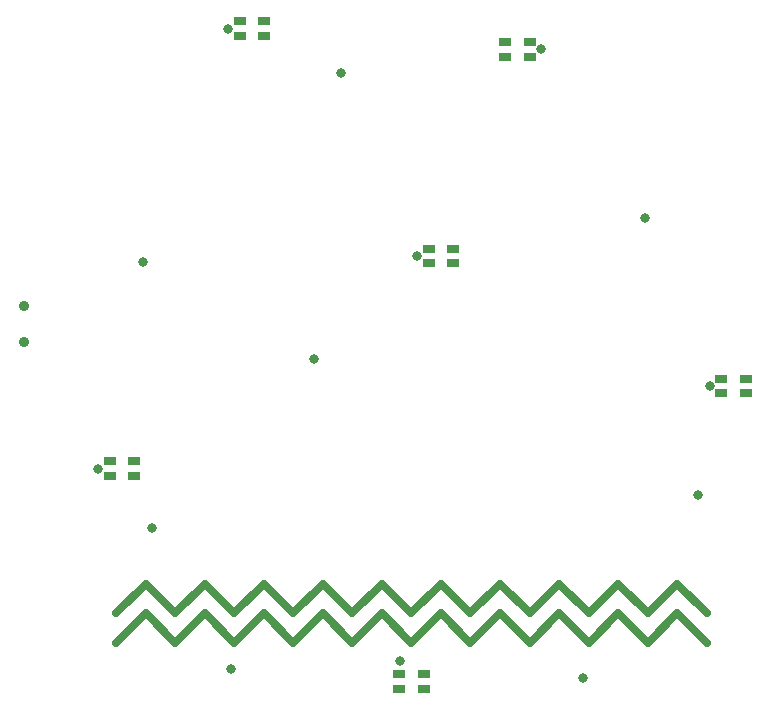
<source format=gbr>
%TF.GenerationSoftware,KiCad,Pcbnew,(6.0.7)*%
%TF.CreationDate,2022-09-13T17:01:02+02:00*%
%TF.ProjectId,TVZ_kuglica,54565a5f-6b75-4676-9c69-63612e6b6963,rev?*%
%TF.SameCoordinates,Original*%
%TF.FileFunction,Soldermask,Top*%
%TF.FilePolarity,Negative*%
%FSLAX46Y46*%
G04 Gerber Fmt 4.6, Leading zero omitted, Abs format (unit mm)*
G04 Created by KiCad (PCBNEW (6.0.7)) date 2022-09-13 17:01:02*
%MOMM*%
%LPD*%
G01*
G04 APERTURE LIST*
%ADD10C,0.700000*%
%ADD11R,1.100000X0.750000*%
%ADD12C,0.900000*%
%ADD13C,0.800000*%
G04 APERTURE END LIST*
D10*
X122000000Y-126750000D02*
X124500000Y-124250000D01*
X132000000Y-124250000D02*
X129500000Y-121750000D01*
X127000000Y-126750000D02*
X129500000Y-124250000D01*
X139500000Y-124250000D02*
X142000000Y-126750000D01*
X124500000Y-121750000D02*
X122000000Y-124250000D01*
X149500000Y-121750000D02*
X147000000Y-124250000D01*
X144500000Y-121750000D02*
X142000000Y-124250000D01*
X114500000Y-124250000D02*
X117000000Y-126750000D01*
X112000000Y-126750000D02*
X114500000Y-124250000D01*
X154500000Y-121750000D02*
X152000000Y-124250000D01*
X119500000Y-124250000D02*
X122000000Y-126750000D01*
X124500000Y-124250000D02*
X127000000Y-126750000D01*
X159500000Y-124250000D02*
X162000000Y-126750000D01*
X152000000Y-126750000D02*
X154500000Y-124250000D01*
X132000000Y-126750000D02*
X134500000Y-124250000D01*
X147000000Y-126750000D02*
X149500000Y-124250000D01*
X114500000Y-121750000D02*
X112000000Y-124250000D01*
X149500000Y-124250000D02*
X152000000Y-126750000D01*
X142000000Y-126750000D02*
X144500000Y-124250000D01*
X157000000Y-124250000D02*
X154500000Y-121750000D01*
X139500000Y-121750000D02*
X137000000Y-124250000D01*
X162000000Y-124250000D02*
X159500000Y-121750000D01*
X147000000Y-124250000D02*
X144500000Y-121750000D01*
X129500000Y-124250000D02*
X132000000Y-126750000D01*
X142000000Y-124250000D02*
X139500000Y-121750000D01*
X134500000Y-121750000D02*
X132000000Y-124250000D01*
X119500000Y-121750000D02*
X117000000Y-124250000D01*
X137000000Y-126750000D02*
X139500000Y-124250000D01*
X152000000Y-124250000D02*
X149500000Y-121750000D01*
X117000000Y-124250000D02*
X114500000Y-121750000D01*
X154500000Y-124250000D02*
X157000000Y-126750000D01*
X157000000Y-126750000D02*
X159500000Y-124250000D01*
X159500000Y-121750000D02*
X157000000Y-124250000D01*
X129500000Y-121750000D02*
X127000000Y-124250000D01*
X134500000Y-124250000D02*
X137000000Y-126750000D01*
X144500000Y-124250000D02*
X147000000Y-126750000D01*
X117000000Y-126750000D02*
X119500000Y-124250000D01*
X137000000Y-124250000D02*
X134500000Y-121750000D01*
X122000000Y-124250000D02*
X119500000Y-121750000D01*
X127000000Y-124250000D02*
X124500000Y-121750000D01*
D11*
%TO.C,D3*%
X147050000Y-77125000D03*
X147050000Y-75875000D03*
X144950000Y-75875000D03*
X144950000Y-77125000D03*
%TD*%
%TO.C,D5*%
X111450000Y-111375000D03*
X111450000Y-112625000D03*
X113550000Y-111375000D03*
X113550000Y-112625000D03*
%TD*%
%TO.C,D8*%
X163200000Y-105625000D03*
X163200000Y-104375000D03*
X165300000Y-104375000D03*
X165300000Y-105625000D03*
%TD*%
%TO.C,D2*%
X122450000Y-75375000D03*
X122450000Y-74125000D03*
X124550000Y-74125000D03*
X124550000Y-75375000D03*
%TD*%
%TO.C,D7*%
X135950000Y-129375000D03*
X135950000Y-130625000D03*
X138050000Y-130625000D03*
X138050000Y-129375000D03*
%TD*%
%TO.C,D11*%
X138450000Y-93375000D03*
X138450000Y-94625000D03*
X140550000Y-94625000D03*
X140550000Y-93375000D03*
%TD*%
D12*
%TO.C,SW1*%
X104170000Y-98250000D03*
X104170000Y-101250000D03*
%TD*%
D13*
X156750000Y-90750000D03*
X151500000Y-129750000D03*
X131000000Y-78500000D03*
X161250000Y-114250000D03*
X128750000Y-102750000D03*
X121750000Y-129000000D03*
X115000000Y-117000000D03*
X114250000Y-94500000D03*
X121500000Y-74750000D03*
X148000000Y-76500000D03*
X110500000Y-112000000D03*
X136000000Y-128250000D03*
X162250000Y-105000000D03*
X137500000Y-94000000D03*
M02*

</source>
